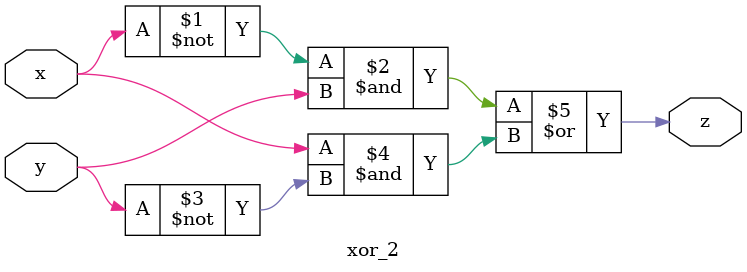
<source format=v>
`timescale 1ns / 1ps

module parity_checker(a,b,c,d,z);
		input a,b,c,d;
		output z;
		wire w1,w2;
		
		xor_2 g1(a,b,w1);
		xor_2 g2(c,d,w2);
		xor_2 g3(w1,w2,z);

endmodule

module xor_2(x,y,z);
	input x,y;
	output z;
	assign z = ~x&y | x&~y;
	
endmodule
</source>
